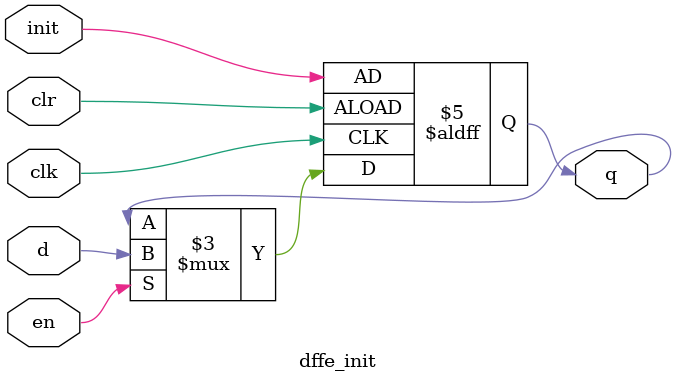
<source format=v>
module dffe_ref (q, d, clk, en, clr);

    //Inputs
    input d, clk, en, clr;

    //Internal wire
    wire clr;

    //Output
    output q;
    
    //Register
    reg q;

    //Intialize q to 0
    initial
    begin
        q = 1'b0;
    end

    //Set value of q on positive edge of the clock or clear
    always @(posedge clk or posedge clr) begin
        //If clear is high, set q to 0
        if (clr) begin
            q <= 1'b0;
        //If enable is high, set q to the value of d
        end else if (en) begin
            q <= d;
        end
    end
endmodule

module dffe_init(q, d, clk, en, clr, init);
    //Inputs
    input d, clk, en, clr, init;

    //Internal wire
    wire clr;

    //Output
    output q;
    
    //Register
    reg q;

    //Intialize q to 0
    initial
    begin
        q = 1'b0;
    end

    //Set value of q on positive edge of the clock or clear
    always @(posedge clk or posedge clr) begin
        //If clear is high, set q to 0
        if (clr) begin
            q <= init;
        //If enable is high, set q to the value of d
        end else if (en) begin
            q <= d;
        end
    end
endmodule

// module tffe(q, t, clk, en, clr);
//     input t, clk, en, clr;
//     output q;

//     // t acts like another enable signal
//     wire en2, d;
//     and(en2, t, en);
//     not(d, q);
//     dffe_ref dff(.q(q), .d(d), .clk(clk), .en(en2), .clr(clr));
// endmodule
</source>
